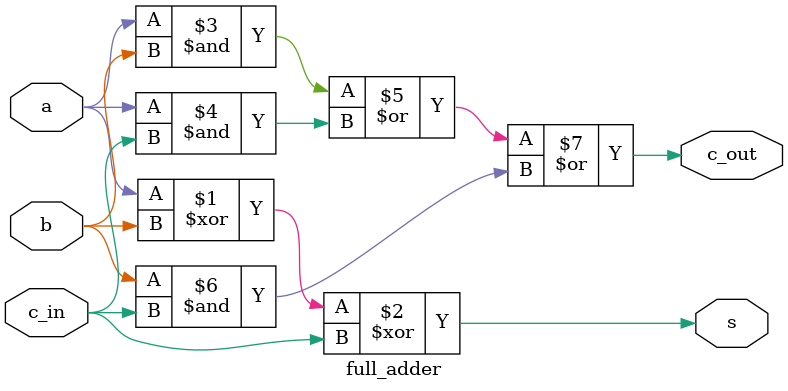
<source format=v>
module full_adder (
    output s,
    output c_out,
    input  a,
    input  b,
    input  c_in
);
  assign s = a ^ b ^ c_in;
  assign c_out = (a & b) | (a & c_in) | (b & c_in);
endmodule

</source>
